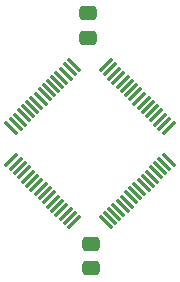
<source format=gbr>
%TF.GenerationSoftware,KiCad,Pcbnew,7.0.6-0*%
%TF.CreationDate,2023-07-25T21:46:34-07:00*%
%TF.ProjectId,84CP02,38344350-3032-42e6-9b69-6361645f7063,rev?*%
%TF.SameCoordinates,Original*%
%TF.FileFunction,Paste,Top*%
%TF.FilePolarity,Positive*%
%FSLAX46Y46*%
G04 Gerber Fmt 4.6, Leading zero omitted, Abs format (unit mm)*
G04 Created by KiCad (PCBNEW 7.0.6-0) date 2023-07-25 21:46:34*
%MOMM*%
%LPD*%
G01*
G04 APERTURE LIST*
G04 Aperture macros list*
%AMRoundRect*
0 Rectangle with rounded corners*
0 $1 Rounding radius*
0 $2 $3 $4 $5 $6 $7 $8 $9 X,Y pos of 4 corners*
0 Add a 4 corners polygon primitive as box body*
4,1,4,$2,$3,$4,$5,$6,$7,$8,$9,$2,$3,0*
0 Add four circle primitives for the rounded corners*
1,1,$1+$1,$2,$3*
1,1,$1+$1,$4,$5*
1,1,$1+$1,$6,$7*
1,1,$1+$1,$8,$9*
0 Add four rect primitives between the rounded corners*
20,1,$1+$1,$2,$3,$4,$5,0*
20,1,$1+$1,$4,$5,$6,$7,0*
20,1,$1+$1,$6,$7,$8,$9,0*
20,1,$1+$1,$8,$9,$2,$3,0*%
G04 Aperture macros list end*
%ADD10RoundRect,0.250000X-0.475000X0.337500X-0.475000X-0.337500X0.475000X-0.337500X0.475000X0.337500X0*%
%ADD11RoundRect,0.075000X-0.521491X0.415425X0.415425X-0.521491X0.521491X-0.415425X-0.415425X0.521491X0*%
%ADD12RoundRect,0.075000X-0.521491X-0.415425X-0.415425X-0.521491X0.521491X0.415425X0.415425X0.521491X0*%
G04 APERTURE END LIST*
D10*
%TO.C,C1*%
X146939000Y-82296000D03*
X146939000Y-84371000D03*
%TD*%
D11*
%TO.C,U1*%
X145713658Y-86689357D03*
X145360105Y-87042911D03*
X145006551Y-87396464D03*
X144652998Y-87750018D03*
X144299445Y-88103571D03*
X143945891Y-88457124D03*
X143592338Y-88810678D03*
X143238785Y-89164231D03*
X142885231Y-89517785D03*
X142531678Y-89871338D03*
X142178124Y-90224891D03*
X141824571Y-90578445D03*
X141471018Y-90931998D03*
X141117464Y-91285551D03*
X140763911Y-91639105D03*
X140410357Y-91992658D03*
D12*
X140410357Y-94697342D03*
X140763911Y-95050895D03*
X141117464Y-95404449D03*
X141471018Y-95758002D03*
X141824571Y-96111555D03*
X142178124Y-96465109D03*
X142531678Y-96818662D03*
X142885231Y-97172215D03*
X143238785Y-97525769D03*
X143592338Y-97879322D03*
X143945891Y-98232876D03*
X144299445Y-98586429D03*
X144652998Y-98939982D03*
X145006551Y-99293536D03*
X145360105Y-99647089D03*
X145713658Y-100000643D03*
D11*
X148418342Y-100000643D03*
X148771895Y-99647089D03*
X149125449Y-99293536D03*
X149479002Y-98939982D03*
X149832555Y-98586429D03*
X150186109Y-98232876D03*
X150539662Y-97879322D03*
X150893215Y-97525769D03*
X151246769Y-97172215D03*
X151600322Y-96818662D03*
X151953876Y-96465109D03*
X152307429Y-96111555D03*
X152660982Y-95758002D03*
X153014536Y-95404449D03*
X153368089Y-95050895D03*
X153721643Y-94697342D03*
D12*
X153721643Y-91992658D03*
X153368089Y-91639105D03*
X153014536Y-91285551D03*
X152660982Y-90931998D03*
X152307429Y-90578445D03*
X151953876Y-90224891D03*
X151600322Y-89871338D03*
X151246769Y-89517785D03*
X150893215Y-89164231D03*
X150539662Y-88810678D03*
X150186109Y-88457124D03*
X149832555Y-88103571D03*
X149479002Y-87750018D03*
X149125449Y-87396464D03*
X148771895Y-87042911D03*
X148418342Y-86689357D03*
%TD*%
D10*
%TO.C,C2*%
X147193000Y-101811000D03*
X147193000Y-103886000D03*
%TD*%
M02*

</source>
